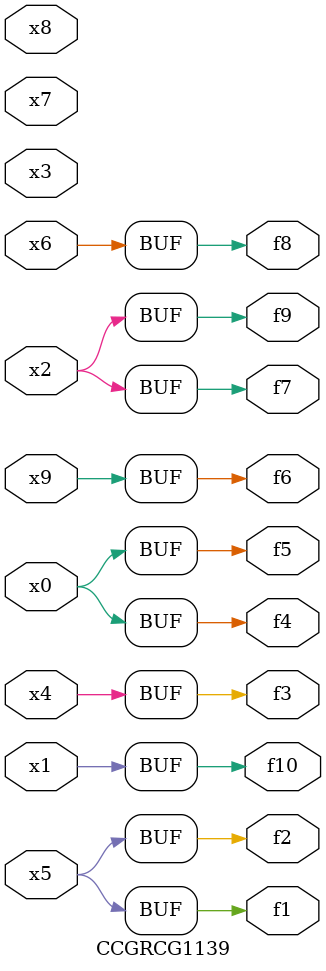
<source format=v>
module CCGRCG1139(
	input x0, x1, x2, x3, x4, x5, x6, x7, x8, x9,
	output f1, f2, f3, f4, f5, f6, f7, f8, f9, f10
);
	assign f1 = x5;
	assign f2 = x5;
	assign f3 = x4;
	assign f4 = x0;
	assign f5 = x0;
	assign f6 = x9;
	assign f7 = x2;
	assign f8 = x6;
	assign f9 = x2;
	assign f10 = x1;
endmodule

</source>
